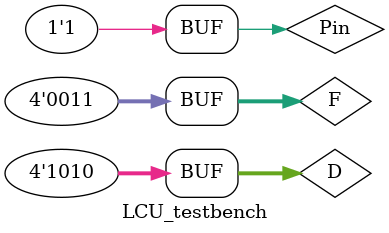
<source format=v>
/*
* Testbench for LCU.v
*/

`timescale 1us/1ns

module LCU_testbench();

    reg Pin;
    reg [3:0] D, F;

    wire [3:0] P;

    localparam PERIOD = 0.5;

    LCU UUT(
        .Pin        (Pin),
        .D          (D),
        .F          (F),
        .P          (P)
    );

    initial begin
        $dumpfile("./LCU.vcd");
        $dumpvars(0, LCU_testbench);

        Pin = 0;
        D = 4'b0000;
        F = 4'b0000;
        #PERIOD;
        
        Pin = 0;
        D = 4'b0101;
        F = 4'b1111;
        #PERIOD;
        
        Pin = 1;
        D = 4'b1111;
        F = 4'b1000;
        #PERIOD;
        
        Pin = 1;
        D = 4'b1010;
        F = 4'b0011;
        #PERIOD;
        
    end

endmodule

</source>
